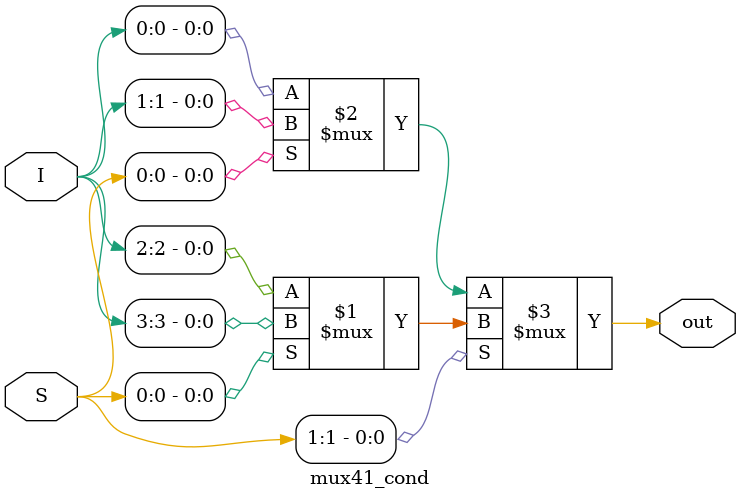
<source format=v>
module mux41_cond(input [3:0]I,
input [1:0]S,output out);
assign out=S[1]?(S[0]?I[3]:I[2]):(S[0]?I[1]:I[0]);
endmodule
</source>
